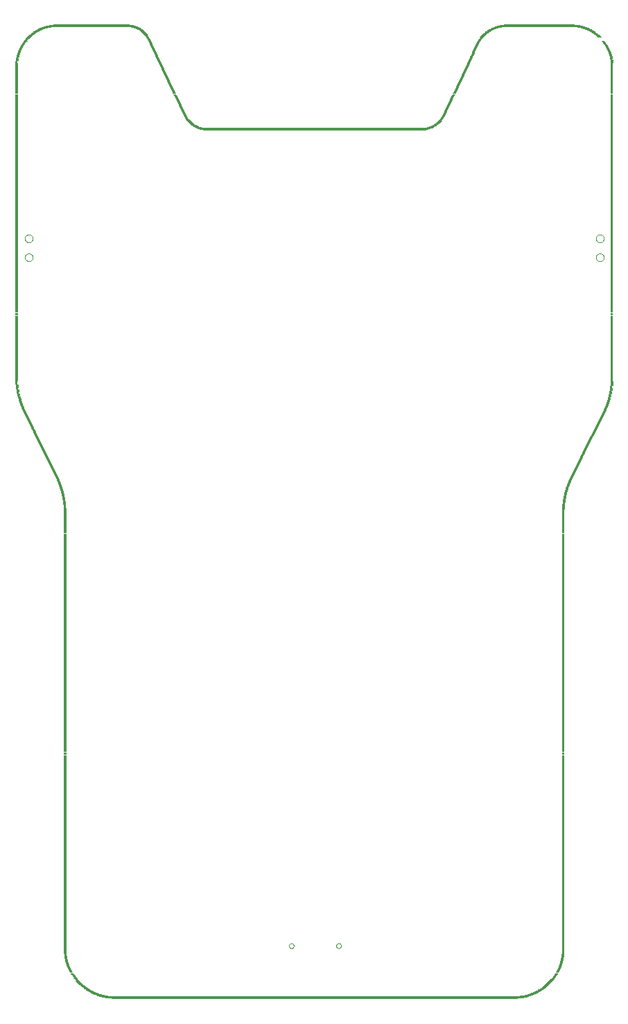
<source format=gtp>
G75*
G70*
%OFA0B0*%
%FSLAX24Y24*%
%IPPOS*%
%LPD*%
%AMOC8*
5,1,8,0,0,1.08239X$1,22.5*
%
%ADD10R,1.9505X0.0033*%
%ADD11R,2.0103X0.0033*%
%ADD12R,2.0435X0.0033*%
%ADD13R,2.0668X0.0033*%
%ADD14R,0.0532X0.0033*%
%ADD15R,0.0432X0.0033*%
%ADD16R,0.0399X0.0033*%
%ADD17R,0.0366X0.0033*%
%ADD18R,0.0332X0.0033*%
%ADD19R,0.0299X0.0033*%
%ADD20R,0.0266X0.0033*%
%ADD21R,0.0233X0.0033*%
%ADD22R,0.0199X0.0033*%
%ADD23R,0.0166X0.0033*%
%ADD24R,0.0133X0.0033*%
%ADD25R,0.0100X0.0033*%
%ADD26R,1.0733X0.0033*%
%ADD27R,1.1032X0.0033*%
%ADD28R,1.1231X0.0033*%
%ADD29R,1.1397X0.0033*%
%ADD30R,0.0498X0.0033*%
%ADD31R,0.0465X0.0033*%
%ADD32R,0.4552X0.0033*%
%ADD33R,0.4353X0.0033*%
%ADD34R,0.4154X0.0033*%
%ADD35R,0.4087X0.0033*%
%ADD36R,0.3888X0.0033*%
%ADD37R,0.3655X0.0033*%
%ADD38R,0.3423X0.0033*%
%ADD39C,0.0000*%
D10*
X015248Y002160D03*
D11*
X015248Y002193D03*
D12*
X015248Y002226D03*
D13*
X015231Y002260D03*
D14*
X005063Y002293D03*
X025399Y002293D03*
D15*
X025549Y002326D03*
X004947Y002326D03*
X024053Y048813D03*
D16*
X028257Y048779D03*
X006625Y048813D03*
X002239Y048779D03*
X004831Y002359D03*
D17*
X025648Y002359D03*
X025748Y002393D03*
X020830Y043994D03*
X023920Y048779D03*
X028340Y048746D03*
D18*
X028423Y048713D03*
X009649Y043994D03*
X006725Y048779D03*
X002139Y048746D03*
X004665Y002426D03*
X004731Y002393D03*
X025831Y002426D03*
D19*
X025881Y002459D03*
X004582Y002459D03*
X004515Y002492D03*
X009566Y044028D03*
X002056Y048713D03*
X001990Y048680D03*
X020897Y044028D03*
X023854Y048746D03*
D20*
X023771Y048713D03*
X023704Y048680D03*
X023605Y048613D03*
X020980Y044061D03*
X028489Y048680D03*
X028556Y048646D03*
X028622Y048613D03*
X009516Y044061D03*
X009450Y044094D03*
X006858Y048713D03*
X006791Y048746D03*
X001940Y048646D03*
X001873Y048613D03*
X004299Y002625D03*
X004399Y002559D03*
X004465Y002526D03*
X025964Y002492D03*
X026030Y002526D03*
X026130Y002592D03*
D21*
X026080Y002559D03*
X026180Y002625D03*
X026246Y002658D03*
X026280Y002692D03*
X026313Y002725D03*
X004349Y002592D03*
X004249Y002658D03*
X004216Y002692D03*
X004116Y002758D03*
X004083Y002791D03*
X009400Y044127D03*
X006941Y048646D03*
X006908Y048680D03*
X001824Y048580D03*
X001757Y048547D03*
X001724Y048514D03*
X001624Y048447D03*
X001591Y048414D03*
X001558Y048381D03*
X021030Y044094D03*
X021096Y044127D03*
X021129Y044161D03*
X023522Y048547D03*
X023555Y048580D03*
X023655Y048646D03*
X028672Y048580D03*
X028705Y048547D03*
X028772Y048514D03*
X028805Y048480D03*
D22*
X028855Y048447D03*
X028888Y048414D03*
X028921Y048381D03*
X028955Y048347D03*
X023472Y048514D03*
X023439Y048480D03*
X023405Y048447D03*
X023372Y048414D03*
X023339Y048381D03*
X023306Y048347D03*
X021279Y044294D03*
X021246Y044260D03*
X021212Y044227D03*
X021179Y044194D03*
X009350Y044161D03*
X009317Y044194D03*
X009283Y044227D03*
X009250Y044260D03*
X009217Y044294D03*
X009184Y044327D03*
X009150Y044360D03*
X007157Y048447D03*
X007124Y048480D03*
X007090Y048514D03*
X007057Y048547D03*
X007024Y048580D03*
X006991Y048613D03*
X001674Y048480D03*
X001508Y048347D03*
X001475Y048314D03*
X001441Y048281D03*
X001342Y048148D03*
X003767Y003124D03*
X003867Y002991D03*
X003900Y002957D03*
X003934Y002924D03*
X003967Y002891D03*
X004000Y002858D03*
X004033Y002825D03*
X004166Y002725D03*
X026363Y002758D03*
X026396Y002791D03*
X026429Y002825D03*
X026462Y002858D03*
X026496Y002891D03*
X026529Y002924D03*
X026562Y002957D03*
X026595Y002991D03*
X026629Y003024D03*
X026662Y003057D03*
X026695Y003090D03*
D23*
X026712Y003124D03*
X026745Y003157D03*
X026778Y003190D03*
X026778Y003223D03*
X026811Y003257D03*
X026845Y003290D03*
X026845Y003323D03*
X026878Y003356D03*
X026911Y003423D03*
X026944Y003489D03*
X026977Y003556D03*
X027011Y003622D03*
X027044Y003689D03*
X027443Y026815D03*
X027509Y026982D03*
X027576Y027148D03*
X027609Y027214D03*
X027642Y027281D03*
X027675Y027347D03*
X027709Y027414D03*
X027742Y027480D03*
X027775Y027546D03*
X027808Y027613D03*
X027841Y027679D03*
X027875Y027746D03*
X027908Y027812D03*
X027941Y027879D03*
X027974Y027945D03*
X028008Y028012D03*
X028041Y028078D03*
X028074Y028145D03*
X028107Y028211D03*
X028140Y028277D03*
X028174Y028344D03*
X028207Y028410D03*
X028240Y028477D03*
X028273Y028543D03*
X028307Y028610D03*
X028340Y028676D03*
X028373Y028743D03*
X028406Y028809D03*
X028440Y028876D03*
X028473Y028942D03*
X028506Y029009D03*
X028539Y029075D03*
X028572Y029141D03*
X029104Y030171D03*
X029137Y030238D03*
X029237Y030471D03*
X029270Y030537D03*
X021295Y044327D03*
X021329Y044360D03*
X021362Y044393D03*
X021395Y044460D03*
X021428Y044493D03*
X021561Y044792D03*
X021594Y044858D03*
X021628Y044925D03*
X021661Y044991D03*
X021694Y045058D03*
X021727Y045124D03*
X021827Y045357D03*
X021860Y045423D03*
X021894Y045490D03*
X021927Y045556D03*
X021960Y045623D03*
X021993Y045689D03*
X022126Y045988D03*
X022159Y046055D03*
X022193Y046121D03*
X022226Y046188D03*
X022259Y046254D03*
X022292Y046320D03*
X022392Y046553D03*
X022425Y046620D03*
X022458Y046686D03*
X022492Y046752D03*
X022525Y046819D03*
X022558Y046885D03*
X022658Y047118D03*
X022691Y047184D03*
X022724Y047251D03*
X022757Y047317D03*
X022791Y047384D03*
X022824Y047450D03*
X022957Y047749D03*
X022990Y047816D03*
X023023Y047882D03*
X023057Y047949D03*
X023090Y048015D03*
X023123Y048082D03*
X023156Y048148D03*
X023189Y048181D03*
X023189Y048214D03*
X023223Y048248D03*
X023256Y048281D03*
X023289Y048314D03*
X029137Y048148D03*
X029171Y048115D03*
X029204Y048082D03*
X029204Y048048D03*
X029237Y048015D03*
X029270Y047982D03*
X029303Y047915D03*
X029337Y047849D03*
X029370Y047783D03*
X029403Y047716D03*
X009134Y044393D03*
X009101Y044426D03*
X009067Y044493D03*
X008968Y044692D03*
X008934Y044759D03*
X008901Y044825D03*
X008868Y044892D03*
X008835Y044958D03*
X008802Y045025D03*
X008702Y045257D03*
X008669Y045324D03*
X008635Y045390D03*
X008602Y045457D03*
X008569Y045523D03*
X008536Y045589D03*
X008503Y045656D03*
X008403Y045889D03*
X008370Y045955D03*
X008336Y046021D03*
X008303Y046088D03*
X008270Y046154D03*
X008237Y046221D03*
X008137Y046453D03*
X008104Y046520D03*
X008071Y046586D03*
X008037Y046653D03*
X008004Y046719D03*
X007971Y046786D03*
X007838Y047085D03*
X007805Y047151D03*
X007771Y047218D03*
X007738Y047284D03*
X007705Y047351D03*
X007672Y047417D03*
X007572Y047650D03*
X007539Y047716D03*
X007506Y047783D03*
X007472Y047849D03*
X007439Y047915D03*
X007406Y047982D03*
X007306Y048214D03*
X007273Y048281D03*
X007240Y048314D03*
X007207Y048381D03*
X007173Y048414D03*
X001425Y048248D03*
X001392Y048214D03*
X001358Y048181D03*
X001325Y048115D03*
X001292Y048082D03*
X001259Y048048D03*
X001226Y047982D03*
X001192Y047949D03*
X001159Y047882D03*
X001126Y047816D03*
X001093Y047749D03*
X001059Y047683D03*
X001159Y030670D03*
X001226Y030504D03*
X001259Y030437D03*
X001491Y029972D03*
X001525Y029906D03*
X001558Y029839D03*
X001591Y029773D03*
X001624Y029706D03*
X001657Y029640D03*
X001691Y029573D03*
X001724Y029507D03*
X001757Y029440D03*
X001790Y029374D03*
X001824Y029308D03*
X001857Y029241D03*
X001890Y029175D03*
X001923Y029108D03*
X001957Y029042D03*
X001990Y028975D03*
X002023Y028909D03*
X002056Y028842D03*
X002089Y028776D03*
X002123Y028709D03*
X002156Y028643D03*
X002189Y028577D03*
X002222Y028510D03*
X002256Y028444D03*
X002289Y028377D03*
X002322Y028311D03*
X002355Y028244D03*
X002389Y028178D03*
X002422Y028111D03*
X002455Y028045D03*
X002488Y027978D03*
X002521Y027912D03*
X002555Y027846D03*
X002588Y027779D03*
X002621Y027713D03*
X002654Y027646D03*
X002688Y027580D03*
X002721Y027513D03*
X002754Y027447D03*
X002787Y027380D03*
X002820Y027314D03*
X002854Y027247D03*
X002887Y027181D03*
X002920Y027114D03*
X002987Y026948D03*
X003452Y003655D03*
X003485Y003589D03*
X003518Y003522D03*
X003551Y003456D03*
X003585Y003389D03*
X003618Y003323D03*
X003651Y003290D03*
X003684Y003257D03*
X003684Y003223D03*
X003718Y003190D03*
X003751Y003157D03*
X003784Y003090D03*
X003817Y003057D03*
X003851Y003024D03*
D24*
X003369Y003855D03*
X003369Y003888D03*
X003369Y003921D03*
X003336Y003954D03*
X003336Y003988D03*
X003336Y004021D03*
X003336Y004054D03*
X003302Y004120D03*
X003302Y004154D03*
X003302Y004187D03*
X003302Y004220D03*
X003269Y004353D03*
X003269Y004386D03*
X003269Y004420D03*
X003269Y004453D03*
X003269Y004486D03*
X003269Y004519D03*
X003269Y004552D03*
X003269Y004586D03*
X003269Y004619D03*
X003269Y004652D03*
X003269Y004685D03*
X003269Y004719D03*
X003269Y004752D03*
X003269Y004785D03*
X003269Y004818D03*
X003269Y004851D03*
X003269Y004885D03*
X003269Y004918D03*
X003269Y004951D03*
X003269Y004984D03*
X003269Y005018D03*
X003269Y005051D03*
X003269Y005084D03*
X003269Y005117D03*
X003269Y005151D03*
X003269Y005184D03*
X003269Y005217D03*
X003269Y005250D03*
X003269Y005283D03*
X003269Y005317D03*
X003269Y005350D03*
X003269Y005383D03*
X003269Y005416D03*
X003269Y005450D03*
X003269Y005483D03*
X003269Y005516D03*
X003269Y005549D03*
X003269Y005583D03*
X003269Y005616D03*
X003269Y005649D03*
X003269Y005682D03*
X003269Y005715D03*
X003269Y005749D03*
X003269Y005782D03*
X003269Y005815D03*
X003269Y005848D03*
X003269Y005882D03*
X003269Y005915D03*
X003269Y005948D03*
X003269Y005981D03*
X003269Y006014D03*
X003269Y006048D03*
X003269Y006081D03*
X003269Y006114D03*
X003269Y006147D03*
X003269Y006181D03*
X003269Y006214D03*
X003269Y006247D03*
X003269Y006280D03*
X003269Y006314D03*
X003269Y006347D03*
X003269Y006380D03*
X003269Y006413D03*
X003269Y006446D03*
X003269Y006480D03*
X003269Y006513D03*
X003269Y006546D03*
X003269Y006579D03*
X003269Y006613D03*
X003269Y006646D03*
X003269Y006679D03*
X003269Y006712D03*
X003269Y006746D03*
X003269Y006779D03*
X003269Y006812D03*
X003269Y006845D03*
X003269Y006878D03*
X003269Y006912D03*
X003269Y006945D03*
X003269Y006978D03*
X003269Y007011D03*
X003269Y007045D03*
X003269Y007078D03*
X003269Y007111D03*
X003269Y007144D03*
X003269Y007177D03*
X003269Y007211D03*
X003269Y007244D03*
X003269Y007277D03*
X003269Y007310D03*
X003269Y007344D03*
X003269Y007377D03*
X003269Y007410D03*
X003269Y007443D03*
X003269Y007477D03*
X003269Y007510D03*
X003269Y007543D03*
X003269Y007576D03*
X003269Y007609D03*
X003269Y007643D03*
X003269Y007676D03*
X003269Y007709D03*
X003269Y007742D03*
X003269Y007776D03*
X003269Y007809D03*
X003269Y007842D03*
X003269Y007875D03*
X003269Y007909D03*
X003269Y007942D03*
X003269Y007975D03*
X003269Y008008D03*
X003269Y008041D03*
X003269Y008075D03*
X003269Y008108D03*
X003269Y008141D03*
X003269Y008174D03*
X003269Y008208D03*
X003269Y008241D03*
X003269Y008274D03*
X003269Y008307D03*
X003269Y008340D03*
X003269Y008374D03*
X003269Y008407D03*
X003269Y008440D03*
X003269Y008473D03*
X003269Y008507D03*
X003269Y008540D03*
X003269Y008573D03*
X003269Y008606D03*
X003269Y008640D03*
X003269Y008673D03*
X003269Y008706D03*
X003269Y008739D03*
X003269Y008772D03*
X003269Y008806D03*
X003269Y008839D03*
X003269Y008872D03*
X003269Y008905D03*
X003269Y008939D03*
X003269Y008972D03*
X003269Y009005D03*
X003269Y009038D03*
X003269Y009071D03*
X003269Y009105D03*
X003269Y009138D03*
X003269Y009171D03*
X003269Y009204D03*
X003269Y009238D03*
X003269Y009271D03*
X003269Y009304D03*
X003269Y009337D03*
X003269Y009371D03*
X003269Y009404D03*
X003269Y009437D03*
X003269Y009470D03*
X003269Y009503D03*
X003269Y009537D03*
X003269Y009570D03*
X003269Y009603D03*
X003269Y009636D03*
X003269Y009670D03*
X003269Y009703D03*
X003269Y009736D03*
X003269Y009769D03*
X003269Y009803D03*
X003269Y009836D03*
X003269Y009869D03*
X003269Y009902D03*
X003269Y009935D03*
X003269Y009969D03*
X003269Y010002D03*
X003269Y010035D03*
X003269Y010068D03*
X003269Y010102D03*
X003269Y010135D03*
X003269Y010168D03*
X003269Y010201D03*
X003269Y010234D03*
X003269Y010268D03*
X003269Y010301D03*
X003269Y010334D03*
X003269Y010367D03*
X003269Y010401D03*
X003269Y010434D03*
X003269Y010467D03*
X003269Y010500D03*
X003269Y010534D03*
X003269Y010567D03*
X003269Y010600D03*
X003269Y010633D03*
X003269Y010666D03*
X003269Y010700D03*
X003269Y010733D03*
X003269Y010766D03*
X003269Y010799D03*
X003269Y010833D03*
X003269Y010866D03*
X003269Y010899D03*
X003269Y010932D03*
X003269Y010966D03*
X003269Y010999D03*
X003269Y011032D03*
X003269Y011065D03*
X003269Y011098D03*
X003269Y011132D03*
X003269Y011165D03*
X003269Y011198D03*
X003269Y011231D03*
X003269Y011265D03*
X003269Y011298D03*
X003269Y011331D03*
X003269Y011364D03*
X003269Y011397D03*
X003269Y011431D03*
X003269Y011464D03*
X003269Y011497D03*
X003269Y011530D03*
X003269Y011564D03*
X003269Y011597D03*
X003269Y011630D03*
X003269Y011663D03*
X003269Y011697D03*
X003269Y011730D03*
X003269Y011763D03*
X003269Y011796D03*
X003269Y011829D03*
X003269Y011863D03*
X003269Y011896D03*
X003269Y011929D03*
X003269Y011962D03*
X003269Y011996D03*
X003269Y012029D03*
X003269Y012062D03*
X003269Y012095D03*
X003269Y012129D03*
X003269Y012162D03*
X003269Y012195D03*
X003269Y012228D03*
X003269Y012261D03*
X003269Y012295D03*
X003269Y012328D03*
X003269Y012361D03*
X003269Y012394D03*
X003269Y012428D03*
X003269Y012461D03*
X003269Y012494D03*
X003269Y012527D03*
X003269Y012560D03*
X003269Y012594D03*
X003269Y012627D03*
X003269Y012660D03*
X003269Y012693D03*
X003269Y012727D03*
X003269Y012760D03*
X003269Y012793D03*
X003269Y012826D03*
X003269Y012860D03*
X003269Y012893D03*
X003269Y012926D03*
X003269Y012959D03*
X003269Y012992D03*
X003269Y013026D03*
X003269Y013059D03*
X003269Y013092D03*
X003269Y013125D03*
X003269Y013159D03*
X003269Y013192D03*
X003269Y013225D03*
X003269Y013258D03*
X003269Y013291D03*
X003269Y013325D03*
X003269Y013358D03*
X003269Y013391D03*
X003269Y013424D03*
X003269Y013458D03*
X003269Y013491D03*
X003269Y013524D03*
X003269Y013557D03*
X003269Y013591D03*
X003269Y013624D03*
X003269Y013657D03*
X003269Y013690D03*
X003269Y013723D03*
X003269Y013757D03*
X003269Y013790D03*
X003269Y013823D03*
X003269Y013856D03*
X003269Y013890D03*
X003269Y013923D03*
X003269Y013956D03*
X003269Y013989D03*
X003269Y014023D03*
X003269Y014056D03*
X003269Y014089D03*
X003269Y014122D03*
X003269Y014155D03*
X003269Y014189D03*
X003269Y014222D03*
X003269Y014255D03*
X003269Y014288D03*
X003269Y014322D03*
X003269Y014355D03*
X003269Y014388D03*
X003269Y014421D03*
X003269Y014454D03*
X003269Y014488D03*
X003269Y014521D03*
X003269Y014554D03*
X003269Y014587D03*
X003269Y014621D03*
X003269Y014654D03*
X003269Y014687D03*
X003269Y014720D03*
X003269Y014754D03*
X003269Y014787D03*
X003269Y014820D03*
X003269Y014853D03*
X003269Y014886D03*
X003269Y014920D03*
X003269Y014953D03*
X003269Y014986D03*
X003269Y015019D03*
X003269Y015053D03*
X003269Y015086D03*
X003269Y015119D03*
X003269Y015152D03*
X003269Y015186D03*
X003269Y015219D03*
X003269Y015252D03*
X003269Y015285D03*
X003269Y015318D03*
X003269Y015352D03*
X003269Y015385D03*
X003269Y015418D03*
X003269Y015451D03*
X003269Y015485D03*
X003269Y015518D03*
X003269Y015551D03*
X003269Y015584D03*
X003269Y015617D03*
X003269Y015651D03*
X003269Y015684D03*
X003269Y015717D03*
X003269Y015750D03*
X003269Y015784D03*
X003269Y015817D03*
X003269Y015850D03*
X003269Y015883D03*
X003269Y015917D03*
X003269Y015950D03*
X003269Y015983D03*
X003269Y016016D03*
X003269Y016049D03*
X003269Y016083D03*
X003269Y016116D03*
X003269Y016149D03*
X003269Y016182D03*
X003269Y016216D03*
X003269Y016249D03*
X003269Y016282D03*
X003269Y016315D03*
X003269Y016349D03*
X003269Y016382D03*
X003269Y016415D03*
X003269Y016448D03*
X003269Y016481D03*
X003269Y016515D03*
X003269Y016548D03*
X003269Y016581D03*
X003269Y016614D03*
X003269Y016648D03*
X003269Y016681D03*
X003269Y016714D03*
X003269Y016747D03*
X003269Y016780D03*
X003269Y016814D03*
X003269Y016847D03*
X003269Y016880D03*
X003269Y016913D03*
X003269Y016947D03*
X003269Y016980D03*
X003269Y017013D03*
X003269Y017046D03*
X003269Y017080D03*
X003269Y017113D03*
X003269Y017146D03*
X003269Y017179D03*
X003269Y017212D03*
X003269Y017246D03*
X003269Y017279D03*
X003269Y017312D03*
X003269Y017345D03*
X003269Y017379D03*
X003269Y017412D03*
X003269Y017445D03*
X003269Y017478D03*
X003269Y017511D03*
X003269Y017545D03*
X003269Y017578D03*
X003269Y017611D03*
X003269Y017644D03*
X003269Y017678D03*
X003269Y017711D03*
X003269Y017744D03*
X003269Y017777D03*
X003269Y017811D03*
X003269Y017844D03*
X003269Y017877D03*
X003269Y017910D03*
X003269Y017943D03*
X003269Y017977D03*
X003269Y018010D03*
X003269Y018043D03*
X003269Y018076D03*
X003269Y018110D03*
X003269Y018143D03*
X003269Y018176D03*
X003269Y018209D03*
X003269Y018243D03*
X003269Y018276D03*
X003269Y018309D03*
X003269Y018342D03*
X003269Y018375D03*
X003269Y018409D03*
X003269Y018442D03*
X003269Y018475D03*
X003269Y018508D03*
X003269Y018542D03*
X003269Y018575D03*
X003269Y018608D03*
X003269Y018641D03*
X003269Y018674D03*
X003269Y018708D03*
X003269Y018741D03*
X003269Y018774D03*
X003269Y018807D03*
X003269Y018841D03*
X003269Y018874D03*
X003269Y018907D03*
X003269Y018940D03*
X003269Y018974D03*
X003269Y019007D03*
X003269Y019040D03*
X003269Y019073D03*
X003269Y019106D03*
X003269Y019140D03*
X003269Y019173D03*
X003269Y019206D03*
X003269Y019239D03*
X003269Y019273D03*
X003269Y019306D03*
X003269Y019339D03*
X003269Y019372D03*
X003269Y019406D03*
X003269Y019439D03*
X003269Y019472D03*
X003269Y019505D03*
X003269Y019538D03*
X003269Y019572D03*
X003269Y019605D03*
X003269Y019638D03*
X003269Y019671D03*
X003269Y019705D03*
X003269Y019738D03*
X003269Y019771D03*
X003269Y019804D03*
X003269Y019837D03*
X003269Y019871D03*
X003269Y019904D03*
X003269Y019937D03*
X003269Y019970D03*
X003269Y020004D03*
X003269Y020037D03*
X003269Y020070D03*
X003269Y020103D03*
X003269Y020137D03*
X003269Y020170D03*
X003269Y020203D03*
X003269Y020236D03*
X003269Y020269D03*
X003269Y020303D03*
X003269Y020336D03*
X003269Y020369D03*
X003269Y020402D03*
X003269Y020436D03*
X003269Y020469D03*
X003269Y020502D03*
X003269Y020535D03*
X003269Y020569D03*
X003269Y020602D03*
X003269Y020635D03*
X003269Y020668D03*
X003269Y020701D03*
X003269Y020735D03*
X003269Y020768D03*
X003269Y020801D03*
X003269Y020834D03*
X003269Y020868D03*
X003269Y020901D03*
X003269Y020934D03*
X003269Y020967D03*
X003269Y021000D03*
X003269Y021034D03*
X003269Y021067D03*
X003269Y021100D03*
X003269Y021133D03*
X003269Y021167D03*
X003269Y021200D03*
X003269Y021233D03*
X003269Y021266D03*
X003269Y021300D03*
X003269Y021333D03*
X003269Y021366D03*
X003269Y021399D03*
X003269Y021432D03*
X003269Y021466D03*
X003269Y021499D03*
X003269Y021532D03*
X003269Y021565D03*
X003269Y021599D03*
X003269Y021632D03*
X003269Y021665D03*
X003269Y021698D03*
X003269Y021731D03*
X003269Y021765D03*
X003269Y021798D03*
X003269Y021831D03*
X003269Y021864D03*
X003269Y021898D03*
X003269Y021931D03*
X003269Y021964D03*
X003269Y021997D03*
X003269Y022031D03*
X003269Y022064D03*
X003269Y022097D03*
X003269Y022130D03*
X003269Y022163D03*
X003269Y022197D03*
X003269Y022230D03*
X003269Y022263D03*
X003269Y022296D03*
X003269Y022330D03*
X003269Y022363D03*
X003269Y022396D03*
X003269Y022429D03*
X003269Y022463D03*
X003269Y022496D03*
X003269Y022529D03*
X003269Y022562D03*
X003269Y022595D03*
X003269Y022629D03*
X003269Y022662D03*
X003269Y022695D03*
X003269Y022728D03*
X003269Y022762D03*
X003269Y022795D03*
X003269Y022828D03*
X003269Y022861D03*
X003269Y022894D03*
X003269Y022928D03*
X003269Y022961D03*
X003269Y022994D03*
X003269Y023027D03*
X003269Y023061D03*
X003269Y023094D03*
X003269Y023127D03*
X003269Y023160D03*
X003269Y023194D03*
X003269Y023227D03*
X003269Y023260D03*
X003269Y023293D03*
X003269Y023326D03*
X003269Y023360D03*
X003269Y023393D03*
X003269Y023426D03*
X003269Y023459D03*
X003269Y023493D03*
X003269Y023526D03*
X003269Y023559D03*
X003269Y023592D03*
X003269Y023626D03*
X003269Y023659D03*
X003269Y023692D03*
X003269Y023725D03*
X003269Y023758D03*
X003269Y023792D03*
X003269Y023825D03*
X003269Y023858D03*
X003269Y023891D03*
X003269Y023925D03*
X003269Y023958D03*
X003269Y023991D03*
X003269Y024024D03*
X003269Y024057D03*
X003269Y024091D03*
X003269Y024124D03*
X003269Y024157D03*
X003269Y024190D03*
X003269Y024224D03*
X003269Y024257D03*
X003269Y024290D03*
X003269Y024323D03*
X003269Y024357D03*
X003269Y024390D03*
X003269Y024423D03*
X003269Y024456D03*
X003269Y024489D03*
X003269Y024523D03*
X003269Y024556D03*
X003269Y024589D03*
X003269Y024622D03*
X003269Y024656D03*
X003269Y024689D03*
X003269Y024722D03*
X003269Y024755D03*
X003269Y024789D03*
X003269Y024822D03*
X003269Y024855D03*
X003269Y024888D03*
X003269Y024921D03*
X003269Y024955D03*
X003269Y024988D03*
X003269Y025021D03*
X003269Y025054D03*
X003269Y025088D03*
X003269Y025121D03*
X003269Y025154D03*
X003269Y025187D03*
X003269Y025220D03*
X003269Y025254D03*
X003269Y025287D03*
X003269Y025320D03*
X003269Y025353D03*
X003269Y025387D03*
X003269Y025420D03*
X003269Y025453D03*
X003269Y025486D03*
X003269Y025520D03*
X003269Y025553D03*
X003269Y025586D03*
X003269Y025619D03*
X003269Y025652D03*
X003269Y025686D03*
X003269Y025719D03*
X003236Y025918D03*
X003236Y025951D03*
X003236Y025985D03*
X003236Y026018D03*
X003236Y026051D03*
X003203Y026151D03*
X003203Y026184D03*
X003203Y026217D03*
X003203Y026251D03*
X003169Y026317D03*
X003169Y026350D03*
X003169Y026383D03*
X003169Y026417D03*
X003136Y026450D03*
X003136Y026483D03*
X003136Y026516D03*
X003136Y026550D03*
X003103Y026583D03*
X003103Y026616D03*
X003103Y026649D03*
X003070Y026683D03*
X003070Y026716D03*
X003070Y026749D03*
X003036Y026782D03*
X003036Y026815D03*
X003036Y026849D03*
X003003Y026882D03*
X003003Y026915D03*
X002970Y026982D03*
X002970Y027015D03*
X002937Y027048D03*
X002937Y027081D03*
X002904Y027148D03*
X002870Y027214D03*
X002837Y027281D03*
X002804Y027347D03*
X002771Y027414D03*
X002737Y027480D03*
X002704Y027546D03*
X002671Y027613D03*
X002638Y027679D03*
X002604Y027746D03*
X002571Y027812D03*
X002538Y027879D03*
X002505Y027945D03*
X002472Y028012D03*
X002438Y028078D03*
X002405Y028145D03*
X002372Y028211D03*
X002339Y028277D03*
X002305Y028344D03*
X002272Y028410D03*
X002239Y028477D03*
X002206Y028543D03*
X002173Y028610D03*
X002139Y028676D03*
X002106Y028743D03*
X002073Y028809D03*
X002040Y028876D03*
X002006Y028942D03*
X001973Y029009D03*
X001940Y029075D03*
X001907Y029141D03*
X001873Y029208D03*
X001840Y029274D03*
X001807Y029341D03*
X001774Y029407D03*
X001741Y029474D03*
X001707Y029540D03*
X001674Y029607D03*
X001641Y029673D03*
X001608Y029740D03*
X001574Y029806D03*
X001541Y029872D03*
X001508Y029939D03*
X001475Y030005D03*
X001441Y030039D03*
X001441Y030072D03*
X001408Y030105D03*
X001408Y030138D03*
X001375Y030171D03*
X001375Y030205D03*
X001342Y030238D03*
X001342Y030271D03*
X001309Y030304D03*
X001309Y030338D03*
X001275Y030371D03*
X001275Y030404D03*
X001242Y030471D03*
X001209Y030537D03*
X001209Y030570D03*
X001176Y030603D03*
X001176Y030637D03*
X001142Y030703D03*
X001142Y030736D03*
X001109Y030770D03*
X001109Y030803D03*
X001109Y030836D03*
X001076Y030869D03*
X001076Y030903D03*
X001076Y030936D03*
X001076Y030969D03*
X001043Y031002D03*
X001043Y031035D03*
X001043Y031069D03*
X001010Y031135D03*
X001010Y031168D03*
X001010Y031202D03*
X000976Y031301D03*
X000976Y031334D03*
X000976Y031368D03*
X000976Y031401D03*
X000943Y031501D03*
X000943Y031534D03*
X000943Y031567D03*
X000943Y031600D03*
X000943Y031634D03*
X000910Y031833D03*
X000910Y031866D03*
X000910Y031899D03*
X000910Y031933D03*
X000910Y031966D03*
X000910Y031999D03*
X000910Y032032D03*
X000910Y032066D03*
X000910Y032099D03*
X000910Y032132D03*
X000910Y032165D03*
X000910Y032198D03*
X000910Y032232D03*
X000910Y032265D03*
X000910Y032298D03*
X000910Y032331D03*
X000910Y032365D03*
X000910Y032398D03*
X000910Y032431D03*
X000910Y032464D03*
X000910Y032497D03*
X000910Y032531D03*
X000910Y032564D03*
X000910Y032597D03*
X000910Y032630D03*
X000910Y032664D03*
X000910Y032697D03*
X000910Y032730D03*
X000910Y032763D03*
X000910Y032797D03*
X000910Y032830D03*
X000910Y032863D03*
X000910Y032896D03*
X000910Y032929D03*
X000910Y032963D03*
X000910Y032996D03*
X000910Y033029D03*
X000910Y033062D03*
X000910Y033096D03*
X000910Y033129D03*
X000910Y033162D03*
X000910Y033195D03*
X000910Y033229D03*
X000910Y033262D03*
X000910Y033295D03*
X000910Y033328D03*
X000910Y033361D03*
X000910Y033395D03*
X000910Y033428D03*
X000910Y033461D03*
X000910Y033494D03*
X000910Y033528D03*
X000910Y033561D03*
X000910Y033594D03*
X000910Y033627D03*
X000910Y033660D03*
X000910Y033694D03*
X000910Y033727D03*
X000910Y033760D03*
X000910Y033793D03*
X000910Y033827D03*
X000910Y033860D03*
X000910Y033893D03*
X000910Y033926D03*
X000910Y033960D03*
X000910Y033993D03*
X000910Y034026D03*
X000910Y034059D03*
X000910Y034092D03*
X000910Y034126D03*
X000910Y034159D03*
X000910Y034192D03*
X000910Y034225D03*
X000910Y034259D03*
X000910Y034292D03*
X000910Y034325D03*
X000910Y034358D03*
X000910Y034391D03*
X000910Y034425D03*
X000910Y034458D03*
X000910Y034491D03*
X000910Y034524D03*
X000910Y034558D03*
X000910Y034591D03*
X000910Y034624D03*
X000910Y034657D03*
X000910Y034691D03*
X000910Y034724D03*
X000910Y034757D03*
X000910Y034790D03*
X000910Y034823D03*
X000910Y034857D03*
X000910Y034890D03*
X000910Y034923D03*
X000910Y034956D03*
X000910Y034990D03*
X000910Y035023D03*
X000910Y035056D03*
X000910Y035089D03*
X000910Y035123D03*
X000910Y035156D03*
X000910Y035189D03*
X000910Y035222D03*
X000910Y035255D03*
X000910Y035289D03*
X000910Y035322D03*
X000910Y035355D03*
X000910Y035388D03*
X000910Y035422D03*
X000910Y035455D03*
X000910Y035488D03*
X000910Y035521D03*
X000910Y035554D03*
X000910Y035588D03*
X000910Y035621D03*
X000910Y035654D03*
X000910Y035687D03*
X000910Y035721D03*
X000910Y035754D03*
X000910Y035787D03*
X000910Y035820D03*
X000910Y035854D03*
X000910Y035887D03*
X000910Y035920D03*
X000910Y035953D03*
X000910Y035986D03*
X000910Y036020D03*
X000910Y036053D03*
X000910Y036086D03*
X000910Y036119D03*
X000910Y036153D03*
X000910Y036186D03*
X000910Y036219D03*
X000910Y036252D03*
X000910Y036286D03*
X000910Y036319D03*
X000910Y036352D03*
X000910Y036385D03*
X000910Y036418D03*
X000910Y036452D03*
X000910Y036485D03*
X000910Y036518D03*
X000910Y036551D03*
X000910Y036585D03*
X000910Y036618D03*
X000910Y036651D03*
X000910Y036684D03*
X000910Y036717D03*
X000910Y036751D03*
X000910Y036784D03*
X000910Y036817D03*
X000910Y036850D03*
X000910Y036884D03*
X000910Y036917D03*
X000910Y036950D03*
X000910Y036983D03*
X000910Y037017D03*
X000910Y037050D03*
X000910Y037083D03*
X000910Y037116D03*
X000910Y037149D03*
X000910Y037183D03*
X000910Y037216D03*
X000910Y037249D03*
X000910Y037282D03*
X000910Y037316D03*
X000910Y037349D03*
X000910Y037382D03*
X000910Y037415D03*
X000910Y037449D03*
X000910Y037482D03*
X000910Y037515D03*
X000910Y037548D03*
X000910Y037581D03*
X000910Y037615D03*
X000910Y037648D03*
X000910Y037681D03*
X000910Y037714D03*
X000910Y037748D03*
X000910Y037781D03*
X000910Y037814D03*
X000910Y037847D03*
X000910Y037880D03*
X000910Y037914D03*
X000910Y037947D03*
X000910Y037980D03*
X000910Y038013D03*
X000910Y038047D03*
X000910Y038080D03*
X000910Y038113D03*
X000910Y038146D03*
X000910Y038180D03*
X000910Y038213D03*
X000910Y038246D03*
X000910Y038279D03*
X000910Y038312D03*
X000910Y038346D03*
X000910Y038379D03*
X000910Y038412D03*
X000910Y038445D03*
X000910Y038479D03*
X000910Y038512D03*
X000910Y038545D03*
X000910Y038578D03*
X000910Y038611D03*
X000910Y038645D03*
X000910Y038678D03*
X000910Y038711D03*
X000910Y038744D03*
X000910Y038778D03*
X000910Y038811D03*
X000910Y038844D03*
X000910Y038877D03*
X000910Y038911D03*
X000910Y038944D03*
X000910Y038977D03*
X000910Y039010D03*
X000910Y039043D03*
X000910Y039077D03*
X000910Y039110D03*
X000910Y039143D03*
X000910Y039176D03*
X000910Y039210D03*
X000910Y039243D03*
X000910Y039276D03*
X000910Y039309D03*
X000910Y039343D03*
X000910Y039376D03*
X000910Y039409D03*
X000910Y039442D03*
X000910Y039475D03*
X000910Y039509D03*
X000910Y039542D03*
X000910Y039575D03*
X000910Y039608D03*
X000910Y039642D03*
X000910Y039675D03*
X000910Y039708D03*
X000910Y039741D03*
X000910Y039774D03*
X000910Y039808D03*
X000910Y039841D03*
X000910Y039874D03*
X000910Y039907D03*
X000910Y039941D03*
X000910Y039974D03*
X000910Y040007D03*
X000910Y040040D03*
X000910Y040074D03*
X000910Y040107D03*
X000910Y040140D03*
X000910Y040173D03*
X000910Y040206D03*
X000910Y040240D03*
X000910Y040273D03*
X000910Y040306D03*
X000910Y040339D03*
X000910Y040373D03*
X000910Y040406D03*
X000910Y040439D03*
X000910Y040472D03*
X000910Y040506D03*
X000910Y040539D03*
X000910Y040572D03*
X000910Y040605D03*
X000910Y040638D03*
X000910Y040672D03*
X000910Y040705D03*
X000910Y040738D03*
X000910Y040771D03*
X000910Y040805D03*
X000910Y040838D03*
X000910Y040871D03*
X000910Y040904D03*
X000910Y040937D03*
X000910Y040971D03*
X000910Y041004D03*
X000910Y041037D03*
X000910Y041070D03*
X000910Y041104D03*
X000910Y041137D03*
X000910Y041170D03*
X000910Y041203D03*
X000910Y041237D03*
X000910Y041270D03*
X000910Y041303D03*
X000910Y041336D03*
X000910Y041369D03*
X000910Y041403D03*
X000910Y041436D03*
X000910Y041469D03*
X000910Y041502D03*
X000910Y041536D03*
X000910Y041569D03*
X000910Y041602D03*
X000910Y041635D03*
X000910Y041669D03*
X000910Y041702D03*
X000910Y041735D03*
X000910Y041768D03*
X000910Y041801D03*
X000910Y041835D03*
X000910Y041868D03*
X000910Y041901D03*
X000910Y041934D03*
X000910Y041968D03*
X000910Y042001D03*
X000910Y042034D03*
X000910Y042067D03*
X000910Y042100D03*
X000910Y042134D03*
X000910Y042167D03*
X000910Y042200D03*
X000910Y042233D03*
X000910Y042267D03*
X000910Y042300D03*
X000910Y042333D03*
X000910Y042366D03*
X000910Y042400D03*
X000910Y042433D03*
X000910Y042466D03*
X000910Y042499D03*
X000910Y042532D03*
X000910Y042566D03*
X000910Y042599D03*
X000910Y042632D03*
X000910Y042665D03*
X000910Y042699D03*
X000910Y042732D03*
X000910Y042765D03*
X000910Y042798D03*
X000910Y042831D03*
X000910Y042865D03*
X000910Y042898D03*
X000910Y042931D03*
X000910Y042964D03*
X000910Y042998D03*
X000910Y043031D03*
X000910Y043064D03*
X000910Y043097D03*
X000910Y043131D03*
X000910Y043164D03*
X000910Y043197D03*
X000910Y043230D03*
X000910Y043263D03*
X000910Y043297D03*
X000910Y043330D03*
X000910Y043363D03*
X000910Y043396D03*
X000910Y043430D03*
X000910Y043463D03*
X000910Y043496D03*
X000910Y043529D03*
X000910Y043563D03*
X000910Y043596D03*
X000910Y043629D03*
X000910Y043662D03*
X000910Y043695D03*
X000910Y043729D03*
X000910Y043762D03*
X000910Y043795D03*
X000910Y043828D03*
X000910Y043862D03*
X000910Y043895D03*
X000910Y043928D03*
X000910Y043961D03*
X000910Y043994D03*
X000910Y044028D03*
X000910Y044061D03*
X000910Y044094D03*
X000910Y044127D03*
X000910Y044161D03*
X000910Y044194D03*
X000910Y044227D03*
X000910Y044260D03*
X000910Y044294D03*
X000910Y044327D03*
X000910Y044360D03*
X000910Y044393D03*
X000910Y044426D03*
X000910Y044460D03*
X000910Y044493D03*
X000910Y044526D03*
X000910Y044559D03*
X000910Y044593D03*
X000910Y044626D03*
X000910Y044659D03*
X000910Y044692D03*
X000910Y044726D03*
X000910Y044759D03*
X000910Y044792D03*
X000910Y044825D03*
X000910Y044858D03*
X000910Y044892D03*
X000910Y044925D03*
X000910Y044958D03*
X000910Y044991D03*
X000910Y045025D03*
X000910Y045058D03*
X000910Y045091D03*
X000910Y045124D03*
X000910Y045157D03*
X000910Y045191D03*
X000910Y045224D03*
X000910Y045257D03*
X000910Y045290D03*
X000910Y045324D03*
X000910Y045357D03*
X000910Y045390D03*
X000910Y045423D03*
X000910Y045457D03*
X000910Y045490D03*
X000910Y045523D03*
X000910Y045556D03*
X000910Y045589D03*
X000910Y045623D03*
X000910Y045656D03*
X000910Y045689D03*
X000910Y045722D03*
X000910Y045756D03*
X000910Y045789D03*
X000910Y045822D03*
X000910Y045855D03*
X000910Y045889D03*
X000910Y045922D03*
X000910Y045955D03*
X000910Y045988D03*
X000910Y046021D03*
X000910Y046055D03*
X000910Y046088D03*
X000910Y046121D03*
X000910Y046154D03*
X000910Y046188D03*
X000910Y046221D03*
X000910Y046254D03*
X000910Y046287D03*
X000910Y046320D03*
X000910Y046354D03*
X000910Y046387D03*
X000910Y046420D03*
X000910Y046453D03*
X000910Y046487D03*
X000910Y046520D03*
X000910Y046553D03*
X000910Y046586D03*
X000910Y046620D03*
X000910Y046653D03*
X000910Y046686D03*
X000910Y046719D03*
X000910Y046752D03*
X000910Y046786D03*
X000910Y046819D03*
X000910Y046852D03*
X000910Y046885D03*
X000910Y046919D03*
X000910Y046952D03*
X000910Y046985D03*
X000910Y047018D03*
X000910Y047051D03*
X000910Y047085D03*
X000943Y047218D03*
X000943Y047251D03*
X000943Y047284D03*
X000943Y047317D03*
X000976Y047384D03*
X000976Y047417D03*
X000976Y047450D03*
X000976Y047483D03*
X001010Y047517D03*
X001010Y047550D03*
X001010Y047583D03*
X001043Y047616D03*
X001043Y047650D03*
X001076Y047716D03*
X001109Y047783D03*
X001142Y047849D03*
X001176Y047915D03*
X001242Y048015D03*
X007223Y048347D03*
X007290Y048248D03*
X007323Y048181D03*
X007323Y048148D03*
X007356Y048115D03*
X007356Y048082D03*
X007389Y048048D03*
X007389Y048015D03*
X007423Y047949D03*
X007456Y047882D03*
X007489Y047816D03*
X007522Y047749D03*
X007556Y047683D03*
X007589Y047616D03*
X007589Y047583D03*
X007622Y047550D03*
X007622Y047517D03*
X007655Y047483D03*
X007655Y047450D03*
X007688Y047384D03*
X007722Y047317D03*
X007755Y047251D03*
X007788Y047184D03*
X007821Y047118D03*
X007855Y047051D03*
X007855Y047018D03*
X007888Y046985D03*
X007888Y046952D03*
X007921Y046919D03*
X007921Y046885D03*
X007954Y046852D03*
X007954Y046819D03*
X007987Y046752D03*
X008021Y046686D03*
X008054Y046620D03*
X008087Y046553D03*
X008120Y046487D03*
X008154Y046420D03*
X008154Y046387D03*
X008187Y046354D03*
X008187Y046320D03*
X008220Y046287D03*
X008220Y046254D03*
X008253Y046188D03*
X008287Y046121D03*
X008320Y046055D03*
X008353Y045988D03*
X008386Y045922D03*
X008419Y045855D03*
X008419Y045822D03*
X008453Y045789D03*
X008453Y045756D03*
X008486Y045722D03*
X008486Y045689D03*
X008519Y045623D03*
X008552Y045556D03*
X008586Y045490D03*
X008619Y045423D03*
X008652Y045357D03*
X008685Y045290D03*
X008719Y045224D03*
X008719Y045191D03*
X008752Y045157D03*
X008752Y045124D03*
X008785Y045091D03*
X008785Y045058D03*
X008818Y044991D03*
X008851Y044925D03*
X008885Y044858D03*
X008918Y044792D03*
X008951Y044726D03*
X008984Y044659D03*
X008984Y044626D03*
X009018Y044593D03*
X009018Y044559D03*
X009051Y044526D03*
X009084Y044460D03*
X021379Y044426D03*
X021445Y044526D03*
X021445Y044559D03*
X021478Y044593D03*
X021478Y044626D03*
X021511Y044659D03*
X021511Y044692D03*
X021545Y044726D03*
X021545Y044759D03*
X021578Y044825D03*
X021611Y044892D03*
X021644Y044958D03*
X021678Y045025D03*
X021711Y045091D03*
X021744Y045157D03*
X021744Y045191D03*
X021777Y045224D03*
X021777Y045257D03*
X021810Y045290D03*
X021810Y045324D03*
X021844Y045390D03*
X021877Y045457D03*
X021910Y045523D03*
X021943Y045589D03*
X021977Y045656D03*
X022010Y045722D03*
X022010Y045756D03*
X022043Y045789D03*
X022043Y045822D03*
X022076Y045855D03*
X022076Y045889D03*
X022110Y045922D03*
X022110Y045955D03*
X022143Y046021D03*
X022176Y046088D03*
X022209Y046154D03*
X022242Y046221D03*
X022276Y046287D03*
X022309Y046354D03*
X022309Y046387D03*
X022342Y046420D03*
X022342Y046453D03*
X022375Y046487D03*
X022375Y046520D03*
X022409Y046586D03*
X022442Y046653D03*
X022475Y046719D03*
X022508Y046786D03*
X022541Y046852D03*
X022575Y046919D03*
X022575Y046952D03*
X022608Y046985D03*
X022608Y047018D03*
X022641Y047051D03*
X022641Y047085D03*
X022674Y047151D03*
X022708Y047218D03*
X022741Y047284D03*
X022774Y047351D03*
X022807Y047417D03*
X022841Y047483D03*
X022841Y047517D03*
X022874Y047550D03*
X022874Y047583D03*
X022907Y047616D03*
X022907Y047650D03*
X022940Y047683D03*
X022940Y047716D03*
X022973Y047783D03*
X023007Y047849D03*
X023040Y047915D03*
X023073Y047982D03*
X023106Y048048D03*
X023140Y048115D03*
X029287Y047949D03*
X029320Y047882D03*
X029353Y047816D03*
X029387Y047749D03*
X029420Y047683D03*
X029420Y047650D03*
X029453Y047616D03*
X029453Y047583D03*
X029453Y047550D03*
X029486Y047517D03*
X029486Y047483D03*
X029486Y047450D03*
X029519Y047417D03*
X029519Y047384D03*
X029519Y047351D03*
X029519Y047317D03*
X029553Y047251D03*
X029553Y047218D03*
X029553Y047184D03*
X029553Y047151D03*
X029553Y047118D03*
X029553Y031800D03*
X029553Y031766D03*
X029553Y031733D03*
X029553Y031700D03*
X029553Y031667D03*
X029553Y031634D03*
X029553Y031600D03*
X029519Y031467D03*
X029519Y031434D03*
X029519Y031401D03*
X029519Y031368D03*
X029486Y031301D03*
X029486Y031268D03*
X029486Y031235D03*
X029486Y031202D03*
X029453Y031135D03*
X029453Y031102D03*
X029453Y031069D03*
X029420Y031002D03*
X029420Y030969D03*
X029420Y030936D03*
X029387Y030903D03*
X029387Y030869D03*
X029387Y030836D03*
X029353Y030803D03*
X029353Y030770D03*
X029353Y030736D03*
X029320Y030703D03*
X029320Y030670D03*
X029320Y030637D03*
X029287Y030603D03*
X029287Y030570D03*
X029254Y030504D03*
X029220Y030437D03*
X029220Y030404D03*
X029187Y030371D03*
X029187Y030338D03*
X029154Y030304D03*
X029154Y030271D03*
X029121Y030205D03*
X029087Y030138D03*
X029054Y030105D03*
X029054Y030072D03*
X029021Y030039D03*
X029021Y030005D03*
X028988Y029972D03*
X028988Y029939D03*
X028955Y029906D03*
X028955Y029872D03*
X028921Y029839D03*
X028921Y029806D03*
X028888Y029773D03*
X028888Y029740D03*
X028855Y029706D03*
X028855Y029673D03*
X028822Y029640D03*
X028822Y029607D03*
X028788Y029573D03*
X028788Y029540D03*
X028755Y029507D03*
X028755Y029474D03*
X028722Y029440D03*
X028722Y029407D03*
X028689Y029374D03*
X028689Y029341D03*
X028656Y029308D03*
X028656Y029274D03*
X028622Y029241D03*
X028622Y029208D03*
X028589Y029175D03*
X028556Y029108D03*
X028523Y029042D03*
X028489Y028975D03*
X028456Y028909D03*
X028423Y028842D03*
X028390Y028776D03*
X028356Y028709D03*
X028323Y028643D03*
X028290Y028577D03*
X028257Y028510D03*
X028224Y028444D03*
X028190Y028377D03*
X028157Y028311D03*
X028124Y028244D03*
X028091Y028178D03*
X028057Y028111D03*
X028024Y028045D03*
X027991Y027978D03*
X027958Y027912D03*
X027924Y027846D03*
X027891Y027779D03*
X027858Y027713D03*
X027825Y027646D03*
X027792Y027580D03*
X027758Y027513D03*
X027725Y027447D03*
X027692Y027380D03*
X027659Y027314D03*
X027625Y027247D03*
X027592Y027181D03*
X027559Y027114D03*
X027559Y027081D03*
X027526Y027048D03*
X027526Y027015D03*
X027493Y026948D03*
X027493Y026915D03*
X027459Y026882D03*
X027459Y026849D03*
X027426Y026782D03*
X027426Y026749D03*
X027393Y026716D03*
X027393Y026683D03*
X027393Y026649D03*
X027393Y026616D03*
X027360Y026583D03*
X027360Y026550D03*
X027360Y026516D03*
X027326Y026483D03*
X027326Y026450D03*
X027326Y026417D03*
X027326Y026383D03*
X027293Y026317D03*
X027293Y026284D03*
X027293Y026251D03*
X027293Y026217D03*
X027260Y026151D03*
X027260Y026118D03*
X027260Y026084D03*
X027260Y026051D03*
X027260Y026018D03*
X027227Y025918D03*
X027227Y025885D03*
X027227Y025852D03*
X027227Y025819D03*
X027227Y025785D03*
X027227Y025752D03*
X027227Y025719D03*
X027227Y025686D03*
X027193Y004320D03*
X027193Y004287D03*
X027193Y004253D03*
X027193Y004220D03*
X027193Y004187D03*
X027160Y004120D03*
X027160Y004087D03*
X027160Y004054D03*
X027160Y004021D03*
X027127Y003988D03*
X027127Y003954D03*
X027127Y003921D03*
X027127Y003888D03*
X027094Y003855D03*
X027094Y003821D03*
X027094Y003788D03*
X027061Y003755D03*
X027061Y003722D03*
X027027Y003655D03*
X026994Y003589D03*
X026961Y003522D03*
X026928Y003456D03*
X026894Y003389D03*
X003601Y003356D03*
X003568Y003423D03*
X003535Y003489D03*
X003502Y003556D03*
X003468Y003622D03*
X003435Y003689D03*
X003435Y003722D03*
X003402Y003755D03*
X003402Y003788D03*
X003402Y003821D03*
D25*
X003319Y004087D03*
X003286Y004253D03*
X003286Y004287D03*
X003286Y004320D03*
X003252Y025752D03*
X003252Y025785D03*
X003252Y025819D03*
X003252Y025852D03*
X003252Y025885D03*
X003219Y026084D03*
X003219Y026118D03*
X003186Y026284D03*
X001026Y031102D03*
X000993Y031235D03*
X000993Y031268D03*
X000960Y031434D03*
X000960Y031467D03*
X000926Y031667D03*
X000926Y031700D03*
X000926Y031733D03*
X000926Y031766D03*
X000926Y031800D03*
X000926Y047118D03*
X000926Y047151D03*
X000926Y047184D03*
X000960Y047351D03*
X027310Y026350D03*
X027277Y026184D03*
X027243Y025985D03*
X027243Y025951D03*
X027210Y025652D03*
X027210Y025619D03*
X027210Y025586D03*
X027210Y025553D03*
X027210Y025520D03*
X027210Y025486D03*
X027210Y025453D03*
X027210Y025420D03*
X027210Y025387D03*
X027210Y025353D03*
X027210Y025320D03*
X027210Y025287D03*
X027210Y025254D03*
X027210Y025220D03*
X027210Y025187D03*
X027210Y025154D03*
X027210Y025121D03*
X027210Y025088D03*
X027210Y025054D03*
X027210Y025021D03*
X027210Y024988D03*
X027210Y024955D03*
X027210Y024921D03*
X027210Y024888D03*
X027210Y024855D03*
X027210Y024822D03*
X027210Y024789D03*
X027210Y024755D03*
X027210Y024722D03*
X027210Y024689D03*
X027210Y024656D03*
X027210Y024622D03*
X027210Y024589D03*
X027210Y024556D03*
X027210Y024523D03*
X027210Y024489D03*
X027210Y024456D03*
X027210Y024423D03*
X027210Y024390D03*
X027210Y024357D03*
X027210Y024323D03*
X027210Y024290D03*
X027210Y024257D03*
X027210Y024224D03*
X027210Y024190D03*
X027210Y024157D03*
X027210Y024124D03*
X027210Y024091D03*
X027210Y024057D03*
X027210Y024024D03*
X027210Y023991D03*
X027210Y023958D03*
X027210Y023925D03*
X027210Y023891D03*
X027210Y023858D03*
X027210Y023825D03*
X027210Y023792D03*
X027210Y023758D03*
X027210Y023725D03*
X027210Y023692D03*
X027210Y023659D03*
X027210Y023626D03*
X027210Y023592D03*
X027210Y023559D03*
X027210Y023526D03*
X027210Y023493D03*
X027210Y023459D03*
X027210Y023426D03*
X027210Y023393D03*
X027210Y023360D03*
X027210Y023326D03*
X027210Y023293D03*
X027210Y023260D03*
X027210Y023227D03*
X027210Y023194D03*
X027210Y023160D03*
X027210Y023127D03*
X027210Y023094D03*
X027210Y023061D03*
X027210Y023027D03*
X027210Y022994D03*
X027210Y022961D03*
X027210Y022928D03*
X027210Y022894D03*
X027210Y022861D03*
X027210Y022828D03*
X027210Y022795D03*
X027210Y022762D03*
X027210Y022728D03*
X027210Y022695D03*
X027210Y022662D03*
X027210Y022629D03*
X027210Y022595D03*
X027210Y022562D03*
X027210Y022529D03*
X027210Y022496D03*
X027210Y022463D03*
X027210Y022429D03*
X027210Y022396D03*
X027210Y022363D03*
X027210Y022330D03*
X027210Y022296D03*
X027210Y022263D03*
X027210Y022230D03*
X027210Y022197D03*
X027210Y022163D03*
X027210Y022130D03*
X027210Y022097D03*
X027210Y022064D03*
X027210Y022031D03*
X027210Y021997D03*
X027210Y021964D03*
X027210Y021931D03*
X027210Y021898D03*
X027210Y021864D03*
X027210Y021831D03*
X027210Y021798D03*
X027210Y021765D03*
X027210Y021731D03*
X027210Y021698D03*
X027210Y021665D03*
X027210Y021632D03*
X027210Y021599D03*
X027210Y021565D03*
X027210Y021532D03*
X027210Y021499D03*
X027210Y021466D03*
X027210Y021432D03*
X027210Y021399D03*
X027210Y021366D03*
X027210Y021333D03*
X027210Y021300D03*
X027210Y021266D03*
X027210Y021233D03*
X027210Y021200D03*
X027210Y021167D03*
X027210Y021133D03*
X027210Y021100D03*
X027210Y021067D03*
X027210Y021034D03*
X027210Y021000D03*
X027210Y020967D03*
X027210Y020934D03*
X027210Y020901D03*
X027210Y020868D03*
X027210Y020834D03*
X027210Y020801D03*
X027210Y020768D03*
X027210Y020735D03*
X027210Y020701D03*
X027210Y020668D03*
X027210Y020635D03*
X027210Y020602D03*
X027210Y020569D03*
X027210Y020535D03*
X027210Y020502D03*
X027210Y020469D03*
X027210Y020436D03*
X027210Y020402D03*
X027210Y020369D03*
X027210Y020336D03*
X027210Y020303D03*
X027210Y020269D03*
X027210Y020236D03*
X027210Y020203D03*
X027210Y020170D03*
X027210Y020137D03*
X027210Y020103D03*
X027210Y020070D03*
X027210Y020037D03*
X027210Y020004D03*
X027210Y019970D03*
X027210Y019937D03*
X027210Y019904D03*
X027210Y019871D03*
X027210Y019837D03*
X027210Y019804D03*
X027210Y019771D03*
X027210Y019738D03*
X027210Y019705D03*
X027210Y019671D03*
X027210Y019638D03*
X027210Y019605D03*
X027210Y019572D03*
X027210Y019538D03*
X027210Y019505D03*
X027210Y019472D03*
X027210Y019439D03*
X027210Y019406D03*
X027210Y019372D03*
X027210Y019339D03*
X027210Y019306D03*
X027210Y019273D03*
X027210Y019239D03*
X027210Y019206D03*
X027210Y019173D03*
X027210Y019140D03*
X027210Y019106D03*
X027210Y019073D03*
X027210Y019040D03*
X027210Y019007D03*
X027210Y018974D03*
X027210Y018940D03*
X027210Y018907D03*
X027210Y018874D03*
X027210Y018841D03*
X027210Y018807D03*
X027210Y018774D03*
X027210Y018741D03*
X027210Y018708D03*
X027210Y018674D03*
X027210Y018641D03*
X027210Y018608D03*
X027210Y018575D03*
X027210Y018542D03*
X027210Y018508D03*
X027210Y018475D03*
X027210Y018442D03*
X027210Y018409D03*
X027210Y018375D03*
X027210Y018342D03*
X027210Y018309D03*
X027210Y018276D03*
X027210Y018243D03*
X027210Y018209D03*
X027210Y018176D03*
X027210Y018143D03*
X027210Y018110D03*
X027210Y018076D03*
X027210Y018043D03*
X027210Y018010D03*
X027210Y017977D03*
X027210Y017943D03*
X027210Y017910D03*
X027210Y017877D03*
X027210Y017844D03*
X027210Y017811D03*
X027210Y017777D03*
X027210Y017744D03*
X027210Y017711D03*
X027210Y017678D03*
X027210Y017644D03*
X027210Y017611D03*
X027210Y017578D03*
X027210Y017545D03*
X027210Y017511D03*
X027210Y017478D03*
X027210Y017445D03*
X027210Y017412D03*
X027210Y017379D03*
X027210Y017345D03*
X027210Y017312D03*
X027210Y017279D03*
X027210Y017246D03*
X027210Y017212D03*
X027210Y017179D03*
X027210Y017146D03*
X027210Y017113D03*
X027210Y017080D03*
X027210Y017046D03*
X027210Y017013D03*
X027210Y016980D03*
X027210Y016947D03*
X027210Y016913D03*
X027210Y016880D03*
X027210Y016847D03*
X027210Y016814D03*
X027210Y016780D03*
X027210Y016747D03*
X027210Y016714D03*
X027210Y016681D03*
X027210Y016648D03*
X027210Y016614D03*
X027210Y016581D03*
X027210Y016548D03*
X027210Y016515D03*
X027210Y016481D03*
X027210Y016448D03*
X027210Y016415D03*
X027210Y016382D03*
X027210Y016349D03*
X027210Y016315D03*
X027210Y016282D03*
X027210Y016249D03*
X027210Y016216D03*
X027210Y016182D03*
X027210Y016149D03*
X027210Y016116D03*
X027210Y016083D03*
X027210Y016049D03*
X027210Y016016D03*
X027210Y015983D03*
X027210Y015950D03*
X027210Y015917D03*
X027210Y015883D03*
X027210Y015850D03*
X027210Y015817D03*
X027210Y015784D03*
X027210Y015750D03*
X027210Y015717D03*
X027210Y015684D03*
X027210Y015651D03*
X027210Y015617D03*
X027210Y015584D03*
X027210Y015551D03*
X027210Y015518D03*
X027210Y015485D03*
X027210Y015451D03*
X027210Y015418D03*
X027210Y015385D03*
X027210Y015352D03*
X027210Y015318D03*
X027210Y015285D03*
X027210Y015252D03*
X027210Y015219D03*
X027210Y015186D03*
X027210Y015152D03*
X027210Y015119D03*
X027210Y015086D03*
X027210Y015053D03*
X027210Y015019D03*
X027210Y014986D03*
X027210Y014953D03*
X027210Y014920D03*
X027210Y014886D03*
X027210Y014853D03*
X027210Y014820D03*
X027210Y014787D03*
X027210Y014754D03*
X027210Y014720D03*
X027210Y014687D03*
X027210Y014654D03*
X027210Y014621D03*
X027210Y014587D03*
X027210Y014554D03*
X027210Y014521D03*
X027210Y014488D03*
X027210Y014454D03*
X027210Y014421D03*
X027210Y014388D03*
X027210Y014355D03*
X027210Y014322D03*
X027210Y014288D03*
X027210Y014255D03*
X027210Y014222D03*
X027210Y014189D03*
X027210Y014155D03*
X027210Y014122D03*
X027210Y014089D03*
X027210Y014056D03*
X027210Y014023D03*
X027210Y013989D03*
X027210Y013956D03*
X027210Y013923D03*
X027210Y013890D03*
X027210Y013856D03*
X027210Y013823D03*
X027210Y013790D03*
X027210Y013757D03*
X027210Y013723D03*
X027210Y013690D03*
X027210Y013657D03*
X027210Y013624D03*
X027210Y013591D03*
X027210Y013557D03*
X027210Y013524D03*
X027210Y013491D03*
X027210Y013458D03*
X027210Y013424D03*
X027210Y013391D03*
X027210Y013358D03*
X027210Y013325D03*
X027210Y013291D03*
X027210Y013258D03*
X027210Y013225D03*
X027210Y013192D03*
X027210Y013159D03*
X027210Y013125D03*
X027210Y013092D03*
X027210Y013059D03*
X027210Y013026D03*
X027210Y012992D03*
X027210Y012959D03*
X027210Y012926D03*
X027210Y012893D03*
X027210Y012860D03*
X027210Y012826D03*
X027210Y012793D03*
X027210Y012760D03*
X027210Y012727D03*
X027210Y012693D03*
X027210Y012660D03*
X027210Y012627D03*
X027210Y012594D03*
X027210Y012560D03*
X027210Y012527D03*
X027210Y012494D03*
X027210Y012461D03*
X027210Y012428D03*
X027210Y012394D03*
X027210Y012361D03*
X027210Y012328D03*
X027210Y012295D03*
X027210Y012261D03*
X027210Y012228D03*
X027210Y012195D03*
X027210Y012162D03*
X027210Y012129D03*
X027210Y012095D03*
X027210Y012062D03*
X027210Y012029D03*
X027210Y011996D03*
X027210Y011962D03*
X027210Y011929D03*
X027210Y011896D03*
X027210Y011863D03*
X027210Y011829D03*
X027210Y011796D03*
X027210Y011763D03*
X027210Y011730D03*
X027210Y011697D03*
X027210Y011663D03*
X027210Y011630D03*
X027210Y011597D03*
X027210Y011564D03*
X027210Y011530D03*
X027210Y011497D03*
X027210Y011464D03*
X027210Y011431D03*
X027210Y011397D03*
X027210Y011364D03*
X027210Y011331D03*
X027210Y011298D03*
X027210Y011265D03*
X027210Y011231D03*
X027210Y011198D03*
X027210Y011165D03*
X027210Y011132D03*
X027210Y011098D03*
X027210Y011065D03*
X027210Y011032D03*
X027210Y010999D03*
X027210Y010966D03*
X027210Y010932D03*
X027210Y010899D03*
X027210Y010866D03*
X027210Y010833D03*
X027210Y010799D03*
X027210Y010766D03*
X027210Y010733D03*
X027210Y010700D03*
X027210Y010666D03*
X027210Y010633D03*
X027210Y010600D03*
X027210Y010567D03*
X027210Y010534D03*
X027210Y010500D03*
X027210Y010467D03*
X027210Y010434D03*
X027210Y010401D03*
X027210Y010367D03*
X027210Y010334D03*
X027210Y010301D03*
X027210Y010268D03*
X027210Y010234D03*
X027210Y010201D03*
X027210Y010168D03*
X027210Y010135D03*
X027210Y010102D03*
X027210Y010068D03*
X027210Y010035D03*
X027210Y010002D03*
X027210Y009969D03*
X027210Y009935D03*
X027210Y009902D03*
X027210Y009869D03*
X027210Y009836D03*
X027210Y009803D03*
X027210Y009769D03*
X027210Y009736D03*
X027210Y009703D03*
X027210Y009670D03*
X027210Y009636D03*
X027210Y009603D03*
X027210Y009570D03*
X027210Y009537D03*
X027210Y009503D03*
X027210Y009470D03*
X027210Y009437D03*
X027210Y009404D03*
X027210Y009371D03*
X027210Y009337D03*
X027210Y009304D03*
X027210Y009271D03*
X027210Y009238D03*
X027210Y009204D03*
X027210Y009171D03*
X027210Y009138D03*
X027210Y009105D03*
X027210Y009071D03*
X027210Y009038D03*
X027210Y009005D03*
X027210Y008972D03*
X027210Y008939D03*
X027210Y008905D03*
X027210Y008872D03*
X027210Y008839D03*
X027210Y008806D03*
X027210Y008772D03*
X027210Y008739D03*
X027210Y008706D03*
X027210Y008673D03*
X027210Y008640D03*
X027210Y008606D03*
X027210Y008573D03*
X027210Y008540D03*
X027210Y008507D03*
X027210Y008473D03*
X027210Y008440D03*
X027210Y008407D03*
X027210Y008374D03*
X027210Y008340D03*
X027210Y008307D03*
X027210Y008274D03*
X027210Y008241D03*
X027210Y008208D03*
X027210Y008174D03*
X027210Y008141D03*
X027210Y008108D03*
X027210Y008075D03*
X027210Y008041D03*
X027210Y008008D03*
X027210Y007975D03*
X027210Y007942D03*
X027210Y007909D03*
X027210Y007875D03*
X027210Y007842D03*
X027210Y007809D03*
X027210Y007776D03*
X027210Y007742D03*
X027210Y007709D03*
X027210Y007676D03*
X027210Y007643D03*
X027210Y007609D03*
X027210Y007576D03*
X027210Y007543D03*
X027210Y007510D03*
X027210Y007477D03*
X027210Y007443D03*
X027210Y007410D03*
X027210Y007377D03*
X027210Y007344D03*
X027210Y007310D03*
X027210Y007277D03*
X027210Y007244D03*
X027210Y007211D03*
X027210Y007177D03*
X027210Y007144D03*
X027210Y007111D03*
X027210Y007078D03*
X027210Y007045D03*
X027210Y007011D03*
X027210Y006978D03*
X027210Y006945D03*
X027210Y006912D03*
X027210Y006878D03*
X027210Y006845D03*
X027210Y006812D03*
X027210Y006779D03*
X027210Y006746D03*
X027210Y006712D03*
X027210Y006679D03*
X027210Y006646D03*
X027210Y006613D03*
X027210Y006579D03*
X027210Y006546D03*
X027210Y006513D03*
X027210Y006480D03*
X027210Y006446D03*
X027210Y006413D03*
X027210Y006380D03*
X027210Y006347D03*
X027210Y006314D03*
X027210Y006280D03*
X027210Y006247D03*
X027210Y006214D03*
X027210Y006181D03*
X027210Y006147D03*
X027210Y006114D03*
X027210Y006081D03*
X027210Y006048D03*
X027210Y006014D03*
X027210Y005981D03*
X027210Y005948D03*
X027210Y005915D03*
X027210Y005882D03*
X027210Y005848D03*
X027210Y005815D03*
X027210Y005782D03*
X027210Y005749D03*
X027210Y005715D03*
X027210Y005682D03*
X027210Y005649D03*
X027210Y005616D03*
X027210Y005583D03*
X027210Y005549D03*
X027210Y005516D03*
X027210Y005483D03*
X027210Y005450D03*
X027210Y005416D03*
X027210Y005383D03*
X027210Y005350D03*
X027210Y005317D03*
X027210Y005283D03*
X027210Y005250D03*
X027210Y005217D03*
X027210Y005184D03*
X027210Y005151D03*
X027210Y005117D03*
X027210Y005084D03*
X027210Y005051D03*
X027210Y005018D03*
X027210Y004984D03*
X027210Y004951D03*
X027210Y004918D03*
X027210Y004885D03*
X027210Y004851D03*
X027210Y004818D03*
X027210Y004785D03*
X027210Y004752D03*
X027210Y004719D03*
X027210Y004685D03*
X027210Y004652D03*
X027210Y004619D03*
X027210Y004586D03*
X027210Y004552D03*
X027210Y004519D03*
X027210Y004486D03*
X027210Y004453D03*
X027210Y004420D03*
X027210Y004386D03*
X027210Y004353D03*
X027177Y004154D03*
X029436Y031035D03*
X029470Y031168D03*
X029503Y031334D03*
X029536Y031501D03*
X029536Y031534D03*
X029536Y031567D03*
X029569Y031833D03*
X029569Y031866D03*
X029569Y031899D03*
X029569Y031933D03*
X029569Y031966D03*
X029569Y031999D03*
X029569Y032032D03*
X029569Y032066D03*
X029569Y032099D03*
X029569Y032132D03*
X029569Y032165D03*
X029569Y032198D03*
X029569Y032232D03*
X029569Y032265D03*
X029569Y032298D03*
X029569Y032331D03*
X029569Y032365D03*
X029569Y032398D03*
X029569Y032431D03*
X029569Y032464D03*
X029569Y032497D03*
X029569Y032531D03*
X029569Y032564D03*
X029569Y032597D03*
X029569Y032630D03*
X029569Y032664D03*
X029569Y032697D03*
X029569Y032730D03*
X029569Y032763D03*
X029569Y032797D03*
X029569Y032830D03*
X029569Y032863D03*
X029569Y032896D03*
X029569Y032929D03*
X029569Y032963D03*
X029569Y032996D03*
X029569Y033029D03*
X029569Y033062D03*
X029569Y033096D03*
X029569Y033129D03*
X029569Y033162D03*
X029569Y033195D03*
X029569Y033229D03*
X029569Y033262D03*
X029569Y033295D03*
X029569Y033328D03*
X029569Y033361D03*
X029569Y033395D03*
X029569Y033428D03*
X029569Y033461D03*
X029569Y033494D03*
X029569Y033528D03*
X029569Y033561D03*
X029569Y033594D03*
X029569Y033627D03*
X029569Y033660D03*
X029569Y033694D03*
X029569Y033727D03*
X029569Y033760D03*
X029569Y033793D03*
X029569Y033827D03*
X029569Y033860D03*
X029569Y033893D03*
X029569Y033926D03*
X029569Y033960D03*
X029569Y033993D03*
X029569Y034026D03*
X029569Y034059D03*
X029569Y034092D03*
X029569Y034126D03*
X029569Y034159D03*
X029569Y034192D03*
X029569Y034225D03*
X029569Y034259D03*
X029569Y034292D03*
X029569Y034325D03*
X029569Y034358D03*
X029569Y034391D03*
X029569Y034425D03*
X029569Y034458D03*
X029569Y034491D03*
X029569Y034524D03*
X029569Y034558D03*
X029569Y034591D03*
X029569Y034624D03*
X029569Y034657D03*
X029569Y034691D03*
X029569Y034724D03*
X029569Y034757D03*
X029569Y034790D03*
X029569Y034823D03*
X029569Y034857D03*
X029569Y034890D03*
X029569Y034923D03*
X029569Y034956D03*
X029569Y034990D03*
X029569Y035023D03*
X029569Y035056D03*
X029569Y035089D03*
X029569Y035123D03*
X029569Y035156D03*
X029569Y035189D03*
X029569Y035222D03*
X029569Y035255D03*
X029569Y035289D03*
X029569Y035322D03*
X029569Y035355D03*
X029569Y035388D03*
X029569Y035422D03*
X029569Y035455D03*
X029569Y035488D03*
X029569Y035521D03*
X029569Y035554D03*
X029569Y035588D03*
X029569Y035621D03*
X029569Y035654D03*
X029569Y035687D03*
X029569Y035721D03*
X029569Y035754D03*
X029569Y035787D03*
X029569Y035820D03*
X029569Y035854D03*
X029569Y035887D03*
X029569Y035920D03*
X029569Y035953D03*
X029569Y035986D03*
X029569Y036020D03*
X029569Y036053D03*
X029569Y036086D03*
X029569Y036119D03*
X029569Y036153D03*
X029569Y036186D03*
X029569Y036219D03*
X029569Y036252D03*
X029569Y036286D03*
X029569Y036319D03*
X029569Y036352D03*
X029569Y036385D03*
X029569Y036418D03*
X029569Y036452D03*
X029569Y036485D03*
X029569Y036518D03*
X029569Y036551D03*
X029569Y036585D03*
X029569Y036618D03*
X029569Y036651D03*
X029569Y036684D03*
X029569Y036717D03*
X029569Y036751D03*
X029569Y036784D03*
X029569Y036817D03*
X029569Y036850D03*
X029569Y036884D03*
X029569Y036917D03*
X029569Y036950D03*
X029569Y036983D03*
X029569Y037017D03*
X029569Y037050D03*
X029569Y037083D03*
X029569Y037116D03*
X029569Y037149D03*
X029569Y037183D03*
X029569Y037216D03*
X029569Y037249D03*
X029569Y037282D03*
X029569Y037316D03*
X029569Y037349D03*
X029569Y037382D03*
X029569Y037415D03*
X029569Y037449D03*
X029569Y037482D03*
X029569Y037515D03*
X029569Y037548D03*
X029569Y037581D03*
X029569Y037615D03*
X029569Y037648D03*
X029569Y037681D03*
X029569Y037714D03*
X029569Y037748D03*
X029569Y037781D03*
X029569Y037814D03*
X029569Y037847D03*
X029569Y037880D03*
X029569Y037914D03*
X029569Y037947D03*
X029569Y037980D03*
X029569Y038013D03*
X029569Y038047D03*
X029569Y038080D03*
X029569Y038113D03*
X029569Y038146D03*
X029569Y038180D03*
X029569Y038213D03*
X029569Y038246D03*
X029569Y038279D03*
X029569Y038312D03*
X029569Y038346D03*
X029569Y038379D03*
X029569Y038412D03*
X029569Y038445D03*
X029569Y038479D03*
X029569Y038512D03*
X029569Y038545D03*
X029569Y038578D03*
X029569Y038611D03*
X029569Y038645D03*
X029569Y038678D03*
X029569Y038711D03*
X029569Y038744D03*
X029569Y038778D03*
X029569Y038811D03*
X029569Y038844D03*
X029569Y038877D03*
X029569Y038911D03*
X029569Y038944D03*
X029569Y038977D03*
X029569Y039010D03*
X029569Y039043D03*
X029569Y039077D03*
X029569Y039110D03*
X029569Y039143D03*
X029569Y039176D03*
X029569Y039210D03*
X029569Y039243D03*
X029569Y039276D03*
X029569Y039309D03*
X029569Y039343D03*
X029569Y039376D03*
X029569Y039409D03*
X029569Y039442D03*
X029569Y039475D03*
X029569Y039509D03*
X029569Y039542D03*
X029569Y039575D03*
X029569Y039608D03*
X029569Y039642D03*
X029569Y039675D03*
X029569Y039708D03*
X029569Y039741D03*
X029569Y039774D03*
X029569Y039808D03*
X029569Y039841D03*
X029569Y039874D03*
X029569Y039907D03*
X029569Y039941D03*
X029569Y039974D03*
X029569Y040007D03*
X029569Y040040D03*
X029569Y040074D03*
X029569Y040107D03*
X029569Y040140D03*
X029569Y040173D03*
X029569Y040206D03*
X029569Y040240D03*
X029569Y040273D03*
X029569Y040306D03*
X029569Y040339D03*
X029569Y040373D03*
X029569Y040406D03*
X029569Y040439D03*
X029569Y040472D03*
X029569Y040506D03*
X029569Y040539D03*
X029569Y040572D03*
X029569Y040605D03*
X029569Y040638D03*
X029569Y040672D03*
X029569Y040705D03*
X029569Y040738D03*
X029569Y040771D03*
X029569Y040805D03*
X029569Y040838D03*
X029569Y040871D03*
X029569Y040904D03*
X029569Y040937D03*
X029569Y040971D03*
X029569Y041004D03*
X029569Y041037D03*
X029569Y041070D03*
X029569Y041104D03*
X029569Y041137D03*
X029569Y041170D03*
X029569Y041203D03*
X029569Y041237D03*
X029569Y041270D03*
X029569Y041303D03*
X029569Y041336D03*
X029569Y041369D03*
X029569Y041403D03*
X029569Y041436D03*
X029569Y041469D03*
X029569Y041502D03*
X029569Y041536D03*
X029569Y041569D03*
X029569Y041602D03*
X029569Y041635D03*
X029569Y041669D03*
X029569Y041702D03*
X029569Y041735D03*
X029569Y041768D03*
X029569Y041801D03*
X029569Y041835D03*
X029569Y041868D03*
X029569Y041901D03*
X029569Y041934D03*
X029569Y041968D03*
X029569Y042001D03*
X029569Y042034D03*
X029569Y042067D03*
X029569Y042100D03*
X029569Y042134D03*
X029569Y042167D03*
X029569Y042200D03*
X029569Y042233D03*
X029569Y042267D03*
X029569Y042300D03*
X029569Y042333D03*
X029569Y042366D03*
X029569Y042400D03*
X029569Y042433D03*
X029569Y042466D03*
X029569Y042499D03*
X029569Y042532D03*
X029569Y042566D03*
X029569Y042599D03*
X029569Y042632D03*
X029569Y042665D03*
X029569Y042699D03*
X029569Y042732D03*
X029569Y042765D03*
X029569Y042798D03*
X029569Y042831D03*
X029569Y042865D03*
X029569Y042898D03*
X029569Y042931D03*
X029569Y042964D03*
X029569Y042998D03*
X029569Y043031D03*
X029569Y043064D03*
X029569Y043097D03*
X029569Y043131D03*
X029569Y043164D03*
X029569Y043197D03*
X029569Y043230D03*
X029569Y043263D03*
X029569Y043297D03*
X029569Y043330D03*
X029569Y043363D03*
X029569Y043396D03*
X029569Y043430D03*
X029569Y043463D03*
X029569Y043496D03*
X029569Y043529D03*
X029569Y043563D03*
X029569Y043596D03*
X029569Y043629D03*
X029569Y043662D03*
X029569Y043695D03*
X029569Y043729D03*
X029569Y043762D03*
X029569Y043795D03*
X029569Y043828D03*
X029569Y043862D03*
X029569Y043895D03*
X029569Y043928D03*
X029569Y043961D03*
X029569Y043994D03*
X029569Y044028D03*
X029569Y044061D03*
X029569Y044094D03*
X029569Y044127D03*
X029569Y044161D03*
X029569Y044194D03*
X029569Y044227D03*
X029569Y044260D03*
X029569Y044294D03*
X029569Y044327D03*
X029569Y044360D03*
X029569Y044393D03*
X029569Y044426D03*
X029569Y044460D03*
X029569Y044493D03*
X029569Y044526D03*
X029569Y044559D03*
X029569Y044593D03*
X029569Y044626D03*
X029569Y044659D03*
X029569Y044692D03*
X029569Y044726D03*
X029569Y044759D03*
X029569Y044792D03*
X029569Y044825D03*
X029569Y044858D03*
X029569Y044892D03*
X029569Y044925D03*
X029569Y044958D03*
X029569Y044991D03*
X029569Y045025D03*
X029569Y045058D03*
X029569Y045091D03*
X029569Y045124D03*
X029569Y045157D03*
X029569Y045191D03*
X029569Y045224D03*
X029569Y045257D03*
X029569Y045290D03*
X029569Y045324D03*
X029569Y045357D03*
X029569Y045390D03*
X029569Y045423D03*
X029569Y045457D03*
X029569Y045490D03*
X029569Y045523D03*
X029569Y045556D03*
X029569Y045589D03*
X029569Y045623D03*
X029569Y045656D03*
X029569Y045689D03*
X029569Y045722D03*
X029569Y045756D03*
X029569Y045789D03*
X029569Y045822D03*
X029569Y045855D03*
X029569Y045889D03*
X029569Y045922D03*
X029569Y045955D03*
X029569Y045988D03*
X029569Y046021D03*
X029569Y046055D03*
X029569Y046088D03*
X029569Y046121D03*
X029569Y046154D03*
X029569Y046188D03*
X029569Y046221D03*
X029569Y046254D03*
X029569Y046287D03*
X029569Y046320D03*
X029569Y046354D03*
X029569Y046387D03*
X029569Y046420D03*
X029569Y046453D03*
X029569Y046487D03*
X029569Y046520D03*
X029569Y046553D03*
X029569Y046586D03*
X029569Y046620D03*
X029569Y046653D03*
X029569Y046686D03*
X029569Y046719D03*
X029569Y046752D03*
X029569Y046786D03*
X029569Y046819D03*
X029569Y046852D03*
X029569Y046885D03*
X029569Y046919D03*
X029569Y046952D03*
X029569Y046985D03*
X029569Y047018D03*
X029569Y047051D03*
X029569Y047085D03*
X029536Y047284D03*
D26*
X015248Y043862D03*
D27*
X015231Y043895D03*
D28*
X015231Y043928D03*
D29*
X015248Y043961D03*
D30*
X002355Y048813D03*
D31*
X028124Y048813D03*
D32*
X004482Y048846D03*
D33*
X004482Y048879D03*
X026080Y048846D03*
D34*
X026080Y048879D03*
D35*
X004515Y048912D03*
D36*
X026080Y048912D03*
D37*
X004532Y048946D03*
D38*
X026047Y048946D03*
D39*
X028787Y038691D02*
X028789Y038718D01*
X028795Y038744D01*
X028804Y038769D01*
X028817Y038792D01*
X028833Y038813D01*
X028852Y038832D01*
X028873Y038848D01*
X028896Y038861D01*
X028921Y038870D01*
X028947Y038876D01*
X028974Y038878D01*
X029001Y038876D01*
X029027Y038870D01*
X029052Y038861D01*
X029075Y038848D01*
X029096Y038832D01*
X029115Y038813D01*
X029131Y038792D01*
X029144Y038769D01*
X029153Y038744D01*
X029159Y038718D01*
X029161Y038691D01*
X029159Y038664D01*
X029153Y038638D01*
X029144Y038613D01*
X029131Y038590D01*
X029115Y038569D01*
X029096Y038550D01*
X029075Y038534D01*
X029052Y038521D01*
X029027Y038512D01*
X029001Y038506D01*
X028974Y038504D01*
X028947Y038506D01*
X028921Y038512D01*
X028896Y038521D01*
X028873Y038534D01*
X028852Y038550D01*
X028833Y038569D01*
X028817Y038590D01*
X028804Y038613D01*
X028795Y038638D01*
X028789Y038664D01*
X028787Y038691D01*
X028787Y037786D02*
X028789Y037813D01*
X028795Y037839D01*
X028804Y037864D01*
X028817Y037887D01*
X028833Y037908D01*
X028852Y037927D01*
X028873Y037943D01*
X028896Y037956D01*
X028921Y037965D01*
X028947Y037971D01*
X028974Y037973D01*
X029001Y037971D01*
X029027Y037965D01*
X029052Y037956D01*
X029075Y037943D01*
X029096Y037927D01*
X029115Y037908D01*
X029131Y037887D01*
X029144Y037864D01*
X029153Y037839D01*
X029159Y037813D01*
X029161Y037786D01*
X029159Y037759D01*
X029153Y037733D01*
X029144Y037708D01*
X029131Y037685D01*
X029115Y037664D01*
X029096Y037645D01*
X029075Y037629D01*
X029052Y037616D01*
X029027Y037607D01*
X029001Y037601D01*
X028974Y037599D01*
X028947Y037601D01*
X028921Y037607D01*
X028896Y037616D01*
X028873Y037629D01*
X028852Y037645D01*
X028833Y037664D01*
X028817Y037685D01*
X028804Y037708D01*
X028795Y037733D01*
X028789Y037759D01*
X028787Y037786D01*
X016292Y004727D02*
X016294Y004748D01*
X016300Y004768D01*
X016309Y004788D01*
X016321Y004805D01*
X016336Y004819D01*
X016354Y004831D01*
X016374Y004839D01*
X016394Y004844D01*
X016415Y004845D01*
X016436Y004842D01*
X016456Y004836D01*
X016475Y004825D01*
X016492Y004812D01*
X016505Y004796D01*
X016516Y004778D01*
X016524Y004758D01*
X016528Y004738D01*
X016528Y004716D01*
X016524Y004696D01*
X016516Y004676D01*
X016505Y004658D01*
X016492Y004642D01*
X016475Y004629D01*
X016456Y004618D01*
X016436Y004612D01*
X016415Y004609D01*
X016394Y004610D01*
X016374Y004615D01*
X016354Y004623D01*
X016336Y004635D01*
X016321Y004649D01*
X016309Y004666D01*
X016300Y004686D01*
X016294Y004706D01*
X016292Y004727D01*
X014016Y004727D02*
X014018Y004748D01*
X014024Y004768D01*
X014033Y004788D01*
X014045Y004805D01*
X014060Y004819D01*
X014078Y004831D01*
X014098Y004839D01*
X014118Y004844D01*
X014139Y004845D01*
X014160Y004842D01*
X014180Y004836D01*
X014199Y004825D01*
X014216Y004812D01*
X014229Y004796D01*
X014240Y004778D01*
X014248Y004758D01*
X014252Y004738D01*
X014252Y004716D01*
X014248Y004696D01*
X014240Y004676D01*
X014229Y004658D01*
X014216Y004642D01*
X014199Y004629D01*
X014180Y004618D01*
X014160Y004612D01*
X014139Y004609D01*
X014118Y004610D01*
X014098Y004615D01*
X014078Y004623D01*
X014060Y004635D01*
X014045Y004649D01*
X014033Y004666D01*
X014024Y004686D01*
X014018Y004706D01*
X014016Y004727D01*
X001322Y037786D02*
X001324Y037813D01*
X001330Y037839D01*
X001339Y037864D01*
X001352Y037887D01*
X001368Y037908D01*
X001387Y037927D01*
X001408Y037943D01*
X001431Y037956D01*
X001456Y037965D01*
X001482Y037971D01*
X001509Y037973D01*
X001536Y037971D01*
X001562Y037965D01*
X001587Y037956D01*
X001610Y037943D01*
X001631Y037927D01*
X001650Y037908D01*
X001666Y037887D01*
X001679Y037864D01*
X001688Y037839D01*
X001694Y037813D01*
X001696Y037786D01*
X001694Y037759D01*
X001688Y037733D01*
X001679Y037708D01*
X001666Y037685D01*
X001650Y037664D01*
X001631Y037645D01*
X001610Y037629D01*
X001587Y037616D01*
X001562Y037607D01*
X001536Y037601D01*
X001509Y037599D01*
X001482Y037601D01*
X001456Y037607D01*
X001431Y037616D01*
X001408Y037629D01*
X001387Y037645D01*
X001368Y037664D01*
X001352Y037685D01*
X001339Y037708D01*
X001330Y037733D01*
X001324Y037759D01*
X001322Y037786D01*
X001322Y038691D02*
X001324Y038718D01*
X001330Y038744D01*
X001339Y038769D01*
X001352Y038792D01*
X001368Y038813D01*
X001387Y038832D01*
X001408Y038848D01*
X001431Y038861D01*
X001456Y038870D01*
X001482Y038876D01*
X001509Y038878D01*
X001536Y038876D01*
X001562Y038870D01*
X001587Y038861D01*
X001610Y038848D01*
X001631Y038832D01*
X001650Y038813D01*
X001666Y038792D01*
X001679Y038769D01*
X001688Y038744D01*
X001694Y038718D01*
X001696Y038691D01*
X001694Y038664D01*
X001688Y038638D01*
X001679Y038613D01*
X001666Y038590D01*
X001650Y038569D01*
X001631Y038550D01*
X001610Y038534D01*
X001587Y038521D01*
X001562Y038512D01*
X001536Y038506D01*
X001509Y038504D01*
X001482Y038506D01*
X001456Y038512D01*
X001431Y038521D01*
X001408Y038534D01*
X001387Y038550D01*
X001368Y038569D01*
X001352Y038590D01*
X001339Y038613D01*
X001330Y038638D01*
X001324Y038664D01*
X001322Y038691D01*
M02*

</source>
